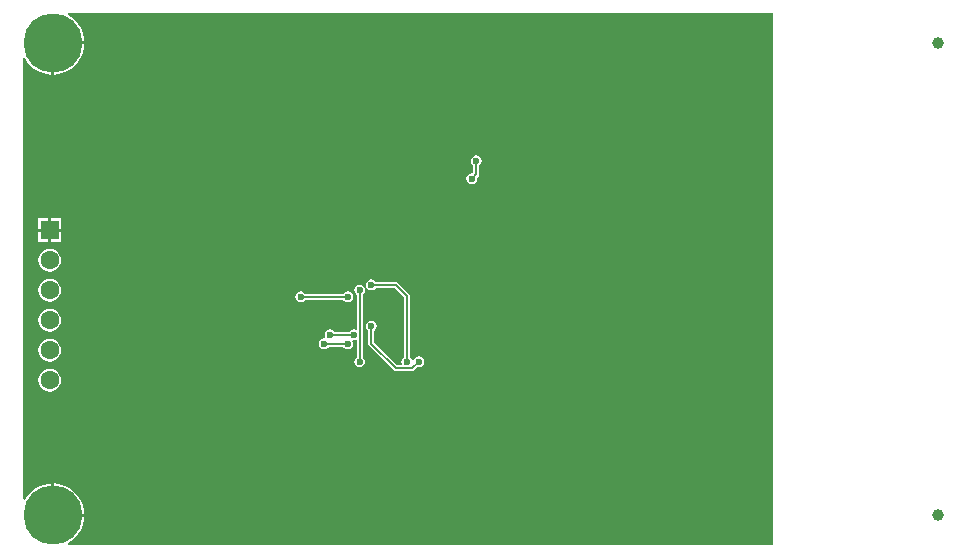
<source format=gbl>
G04*
G04 #@! TF.GenerationSoftware,Altium Limited,Altium Designer,19.0.15 (446)*
G04*
G04 Layer_Physical_Order=2*
G04 Layer_Color=16711680*
%FSLAX25Y25*%
%MOIN*%
G70*
G01*
G75*
%ADD13C,0.00787*%
%ADD54C,0.06299*%
%ADD55R,0.06299X0.06299*%
%ADD56C,0.03937*%
%ADD57C,0.19685*%
%ADD58C,0.02362*%
G36*
X240158Y-9843D02*
X5240D01*
X5099Y-9342D01*
X6267Y-8626D01*
X7540Y-7540D01*
X8626Y-6267D01*
X9501Y-4841D01*
X10141Y-3295D01*
X10531Y-1668D01*
X10623Y-500D01*
X0D01*
Y0D01*
X-500D01*
Y10623D01*
X-1668Y10531D01*
X-3295Y10141D01*
X-4841Y9501D01*
X-6267Y8626D01*
X-7540Y7540D01*
X-8626Y6267D01*
X-9342Y5099D01*
X-9843Y5240D01*
Y152241D01*
X-9342Y152382D01*
X-8626Y151213D01*
X-7540Y149941D01*
X-6267Y148854D01*
X-4841Y147980D01*
X-3295Y147339D01*
X-1668Y146949D01*
X-500Y146857D01*
Y157480D01*
X0D01*
Y157980D01*
X10623D01*
X10531Y159148D01*
X10141Y160775D01*
X9501Y162321D01*
X8626Y163748D01*
X7540Y165020D01*
X6267Y166107D01*
X5099Y166823D01*
X5240Y167323D01*
X240158D01*
Y-9843D01*
D02*
G37*
%LPC*%
G36*
X10623Y156980D02*
X500D01*
Y146857D01*
X1668Y146949D01*
X3295Y147339D01*
X4841Y147980D01*
X6267Y148854D01*
X7540Y149941D01*
X8626Y151213D01*
X9501Y152639D01*
X10141Y154185D01*
X10531Y155812D01*
X10623Y156980D01*
D02*
G37*
G36*
X141271Y119917D02*
X140580Y119779D01*
X139994Y119387D01*
X139602Y118801D01*
X139465Y118110D01*
X139602Y117419D01*
X139994Y116833D01*
X140268Y116650D01*
Y114382D01*
X139821Y114000D01*
X139764Y114011D01*
X139073Y113874D01*
X138487Y113482D01*
X138095Y112896D01*
X137957Y112205D01*
X138095Y111513D01*
X138487Y110927D01*
X139073Y110536D01*
X139764Y110398D01*
X140455Y110536D01*
X141041Y110927D01*
X141433Y111513D01*
X141570Y112205D01*
X141506Y112528D01*
X141981Y113002D01*
X142198Y113328D01*
X142275Y113712D01*
Y116650D01*
X142548Y116833D01*
X142940Y117419D01*
X143077Y118110D01*
X142940Y118801D01*
X142548Y119387D01*
X141962Y119779D01*
X141271Y119917D01*
D02*
G37*
G36*
X2953Y98898D02*
X-484D01*
Y95461D01*
X2953D01*
Y98898D01*
D02*
G37*
G36*
X-1484D02*
X-4921D01*
Y95461D01*
X-1484D01*
Y98898D01*
D02*
G37*
G36*
X2953Y94461D02*
X-484D01*
Y91024D01*
X2953D01*
Y94461D01*
D02*
G37*
G36*
X-1484D02*
X-4921D01*
Y91024D01*
X-1484D01*
Y94461D01*
D02*
G37*
G36*
X-984Y88733D02*
X-1961Y88604D01*
X-2871Y88228D01*
X-3652Y87628D01*
X-4251Y86847D01*
X-4628Y85937D01*
X-4757Y84961D01*
X-4628Y83984D01*
X-4251Y83074D01*
X-3652Y82293D01*
X-2871Y81694D01*
X-1961Y81317D01*
X-984Y81188D01*
X-8Y81317D01*
X902Y81694D01*
X1683Y82293D01*
X2283Y83074D01*
X2660Y83984D01*
X2788Y84961D01*
X2660Y85937D01*
X2283Y86847D01*
X1683Y87628D01*
X902Y88228D01*
X-8Y88604D01*
X-984Y88733D01*
D02*
G37*
G36*
X98425Y74641D02*
X97734Y74503D01*
X97148Y74112D01*
X96965Y73838D01*
X84137D01*
X83955Y74112D01*
X83368Y74503D01*
X82677Y74641D01*
X81986Y74503D01*
X81400Y74112D01*
X81008Y73526D01*
X80871Y72835D01*
X81008Y72143D01*
X81400Y71557D01*
X81986Y71166D01*
X82677Y71028D01*
X83368Y71166D01*
X83955Y71557D01*
X84137Y71831D01*
X96965D01*
X97148Y71557D01*
X97734Y71166D01*
X98425Y71028D01*
X99116Y71166D01*
X99703Y71557D01*
X100094Y72143D01*
X100232Y72835D01*
X100094Y73526D01*
X99703Y74112D01*
X99116Y74503D01*
X98425Y74641D01*
D02*
G37*
G36*
X-984Y78733D02*
X-1961Y78605D01*
X-2871Y78228D01*
X-3652Y77628D01*
X-4251Y76847D01*
X-4628Y75937D01*
X-4757Y74961D01*
X-4628Y73984D01*
X-4251Y73074D01*
X-3652Y72293D01*
X-2871Y71694D01*
X-1961Y71317D01*
X-984Y71188D01*
X-8Y71317D01*
X902Y71694D01*
X1683Y72293D01*
X2283Y73074D01*
X2660Y73984D01*
X2788Y74961D01*
X2660Y75937D01*
X2283Y76847D01*
X1683Y77628D01*
X902Y78228D01*
X-8Y78605D01*
X-984Y78733D01*
D02*
G37*
G36*
X102362Y76767D02*
X101671Y76630D01*
X101085Y76238D01*
X100693Y75652D01*
X100556Y74961D01*
X100693Y74269D01*
X101085Y73683D01*
X101556Y73369D01*
Y62127D01*
X101143Y61871D01*
X101056Y61872D01*
X100394Y62003D01*
X99702Y61866D01*
X99116Y61474D01*
X98934Y61200D01*
X93980D01*
X93797Y61474D01*
X93211Y61866D01*
X92520Y62003D01*
X91828Y61866D01*
X91242Y61474D01*
X90851Y60888D01*
X90713Y60197D01*
X90851Y59506D01*
X90976Y59318D01*
X90675Y58868D01*
X90551Y58893D01*
X89860Y58755D01*
X89274Y58364D01*
X88882Y57778D01*
X88745Y57087D01*
X88882Y56395D01*
X89274Y55809D01*
X89860Y55418D01*
X90551Y55280D01*
X91242Y55418D01*
X91829Y55809D01*
X92011Y56083D01*
X96965D01*
X97148Y55809D01*
X97734Y55418D01*
X98425Y55280D01*
X99116Y55418D01*
X99703Y55809D01*
X100094Y56395D01*
X100232Y57087D01*
X100094Y57778D01*
X99969Y57965D01*
X100270Y58415D01*
X100394Y58390D01*
X101056Y58522D01*
X101143Y58523D01*
X101556Y58266D01*
Y52773D01*
X101085Y52458D01*
X100693Y51872D01*
X100556Y51181D01*
X100693Y50490D01*
X101085Y49904D01*
X101671Y49512D01*
X102362Y49375D01*
X103053Y49512D01*
X103639Y49904D01*
X104031Y50490D01*
X104169Y51181D01*
X104031Y51872D01*
X103639Y52458D01*
X103563Y52510D01*
Y73632D01*
X103639Y73683D01*
X104031Y74269D01*
X104169Y74961D01*
X104031Y75652D01*
X103639Y76238D01*
X103053Y76630D01*
X102362Y76767D01*
D02*
G37*
G36*
X-984Y68733D02*
X-1961Y68604D01*
X-2871Y68228D01*
X-3652Y67628D01*
X-4251Y66847D01*
X-4628Y65937D01*
X-4757Y64961D01*
X-4628Y63984D01*
X-4251Y63074D01*
X-3652Y62293D01*
X-2871Y61694D01*
X-1961Y61317D01*
X-984Y61188D01*
X-8Y61317D01*
X902Y61694D01*
X1683Y62293D01*
X2283Y63074D01*
X2660Y63984D01*
X2788Y64961D01*
X2660Y65937D01*
X2283Y66847D01*
X1683Y67628D01*
X902Y68228D01*
X-8Y68604D01*
X-984Y68733D01*
D02*
G37*
G36*
Y58733D02*
X-1961Y58605D01*
X-2871Y58228D01*
X-3652Y57628D01*
X-4251Y56847D01*
X-4628Y55937D01*
X-4757Y54961D01*
X-4628Y53984D01*
X-4251Y53074D01*
X-3652Y52293D01*
X-2871Y51694D01*
X-1961Y51317D01*
X-984Y51188D01*
X-8Y51317D01*
X902Y51694D01*
X1683Y52293D01*
X2283Y53074D01*
X2660Y53984D01*
X2788Y54961D01*
X2660Y55937D01*
X2283Y56847D01*
X1683Y57628D01*
X902Y58228D01*
X-8Y58605D01*
X-984Y58733D01*
D02*
G37*
G36*
X106299Y78578D02*
X105608Y78440D01*
X105022Y78049D01*
X104630Y77463D01*
X104493Y76772D01*
X104630Y76080D01*
X105022Y75494D01*
X105608Y75103D01*
X106299Y74965D01*
X106991Y75103D01*
X107577Y75494D01*
X107759Y75768D01*
X113915D01*
X117107Y72576D01*
Y52641D01*
X116833Y52458D01*
X116441Y51872D01*
X116304Y51181D01*
X116436Y50519D01*
X116436Y50432D01*
X116180Y50019D01*
X114786D01*
X107303Y57502D01*
Y61532D01*
X107577Y61715D01*
X107968Y62301D01*
X108106Y62992D01*
X107968Y63683D01*
X107577Y64269D01*
X106991Y64661D01*
X106299Y64798D01*
X105608Y64661D01*
X105022Y64269D01*
X104630Y63683D01*
X104493Y62992D01*
X104630Y62301D01*
X105022Y61715D01*
X105296Y61532D01*
Y57087D01*
X105372Y56703D01*
X105590Y56377D01*
X113661Y48306D01*
X113986Y48089D01*
X114370Y48012D01*
X119882D01*
X120266Y48089D01*
X120591Y48306D01*
X121724Y49439D01*
X122047Y49375D01*
X122739Y49512D01*
X123325Y49904D01*
X123716Y50490D01*
X123854Y51181D01*
X123716Y51872D01*
X123325Y52458D01*
X122739Y52850D01*
X122047Y52987D01*
X121356Y52850D01*
X120770Y52458D01*
X120378Y51872D01*
X120334Y51647D01*
X119824D01*
X119779Y51872D01*
X119387Y52458D01*
X119114Y52641D01*
Y72992D01*
X119037Y73376D01*
X118820Y73702D01*
X115040Y77481D01*
X114715Y77699D01*
X114331Y77775D01*
X107759D01*
X107577Y78049D01*
X106991Y78440D01*
X106299Y78578D01*
D02*
G37*
G36*
X-984Y48733D02*
X-1961Y48605D01*
X-2871Y48228D01*
X-3652Y47628D01*
X-4251Y46847D01*
X-4628Y45937D01*
X-4757Y44961D01*
X-4628Y43984D01*
X-4251Y43074D01*
X-3652Y42293D01*
X-2871Y41694D01*
X-1961Y41317D01*
X-984Y41188D01*
X-8Y41317D01*
X902Y41694D01*
X1683Y42293D01*
X2283Y43074D01*
X2660Y43984D01*
X2788Y44961D01*
X2660Y45937D01*
X2283Y46847D01*
X1683Y47628D01*
X902Y48228D01*
X-8Y48605D01*
X-984Y48733D01*
D02*
G37*
G36*
X500Y10623D02*
Y500D01*
X10623D01*
X10531Y1668D01*
X10141Y3295D01*
X9501Y4841D01*
X8626Y6267D01*
X7540Y7540D01*
X6267Y8626D01*
X4841Y9501D01*
X3295Y10141D01*
X1668Y10531D01*
X500Y10623D01*
D02*
G37*
%LPD*%
D13*
X82677Y72835D02*
X98425D01*
X92520Y60197D02*
X100394D01*
X102559Y51378D02*
Y74764D01*
X90551Y57087D02*
X98425D01*
X102362Y51181D02*
X102559Y51378D01*
X102362Y74961D02*
X102559Y74764D01*
X106299Y57087D02*
Y62992D01*
Y57087D02*
X114370Y49016D01*
X119882D01*
X122047Y51181D01*
X118110D02*
Y72992D01*
X114331Y76772D02*
X118110Y72992D01*
X106299Y76772D02*
X114331D01*
X139764Y112205D02*
X141271Y113712D01*
Y118110D01*
D54*
X-984Y54961D02*
D03*
Y64961D02*
D03*
X-984Y74961D02*
D03*
X-984Y84961D02*
D03*
X-984Y44961D02*
D03*
D55*
X-984Y94961D02*
D03*
D56*
X295276Y157480D02*
D03*
Y0D02*
D03*
D57*
X0Y157480D02*
D03*
Y0D02*
D03*
D58*
X208661Y94488D02*
D03*
X205011Y94961D02*
D03*
X201772Y95641D02*
D03*
X198819Y96457D02*
D03*
X198874Y99806D02*
D03*
X205011Y106816D02*
D03*
Y110123D02*
D03*
X201772Y106816D02*
D03*
X198874Y102953D02*
D03*
Y106816D02*
D03*
X208661D02*
D03*
Y110123D02*
D03*
X201772Y110236D02*
D03*
X198874Y110123D02*
D03*
X161852Y58364D02*
D03*
X165354Y69447D02*
D03*
X78740Y80709D02*
D03*
X113138Y150591D02*
D03*
X129603Y66634D02*
D03*
X59055Y124016D02*
D03*
X143701Y137795D02*
D03*
X88583Y39370D02*
D03*
X83745Y67778D02*
D03*
X36417Y70098D02*
D03*
X15748Y68693D02*
D03*
X82677Y72835D02*
D03*
X98425D02*
D03*
X100394Y60197D02*
D03*
X98425Y57087D02*
D03*
X92520Y60197D02*
D03*
X90551Y57087D02*
D03*
X106299Y62992D02*
D03*
X122047Y51181D02*
D03*
X102362D02*
D03*
Y74961D02*
D03*
X118110Y51181D02*
D03*
X106299Y76772D02*
D03*
X139764Y112205D02*
D03*
X141271Y118110D02*
D03*
M02*

</source>
